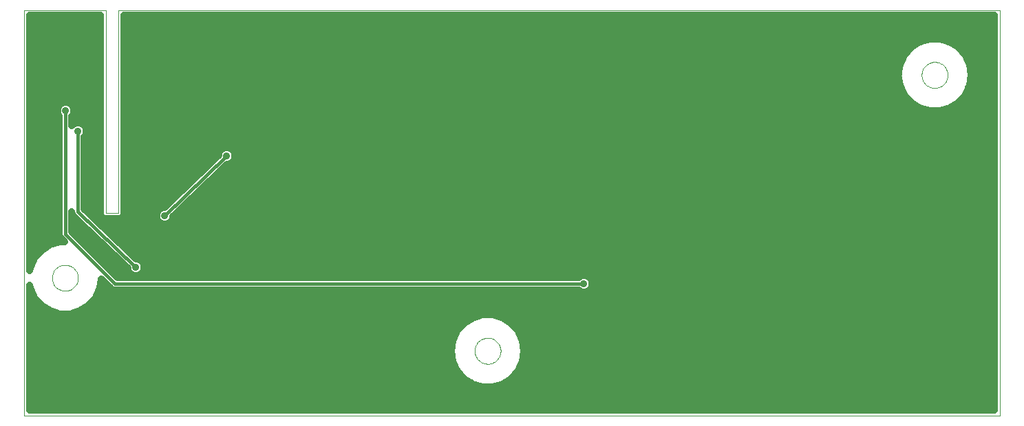
<source format=gbl>
G75*
G70*
%OFA0B0*%
%FSLAX24Y24*%
%IPPOS*%
%LPD*%
%AMOC8*
5,1,8,0,0,1.08239X$1,22.5*
%
%ADD10C,0.0000*%
%ADD11C,0.0320*%
%ADD12C,0.0356*%
%ADD13C,0.0160*%
D10*
X000260Y000467D02*
X000260Y020152D01*
X004197Y020152D01*
X004197Y010310D01*
X004827Y010310D01*
X004827Y020152D01*
X047504Y020152D01*
X047504Y000467D01*
X000260Y000467D01*
X001599Y007160D02*
X001601Y007210D01*
X001607Y007260D01*
X001617Y007309D01*
X001631Y007357D01*
X001648Y007404D01*
X001669Y007449D01*
X001694Y007493D01*
X001722Y007534D01*
X001754Y007573D01*
X001788Y007610D01*
X001825Y007644D01*
X001865Y007674D01*
X001907Y007701D01*
X001951Y007725D01*
X001997Y007746D01*
X002044Y007762D01*
X002092Y007775D01*
X002142Y007784D01*
X002191Y007789D01*
X002242Y007790D01*
X002292Y007787D01*
X002341Y007780D01*
X002390Y007769D01*
X002438Y007754D01*
X002484Y007736D01*
X002529Y007714D01*
X002572Y007688D01*
X002613Y007659D01*
X002652Y007627D01*
X002688Y007592D01*
X002720Y007554D01*
X002750Y007514D01*
X002777Y007471D01*
X002800Y007427D01*
X002819Y007381D01*
X002835Y007333D01*
X002847Y007284D01*
X002855Y007235D01*
X002859Y007185D01*
X002859Y007135D01*
X002855Y007085D01*
X002847Y007036D01*
X002835Y006987D01*
X002819Y006939D01*
X002800Y006893D01*
X002777Y006849D01*
X002750Y006806D01*
X002720Y006766D01*
X002688Y006728D01*
X002652Y006693D01*
X002613Y006661D01*
X002572Y006632D01*
X002529Y006606D01*
X002484Y006584D01*
X002438Y006566D01*
X002390Y006551D01*
X002341Y006540D01*
X002292Y006533D01*
X002242Y006530D01*
X002191Y006531D01*
X002142Y006536D01*
X002092Y006545D01*
X002044Y006558D01*
X001997Y006574D01*
X001951Y006595D01*
X001907Y006619D01*
X001865Y006646D01*
X001825Y006676D01*
X001788Y006710D01*
X001754Y006747D01*
X001722Y006786D01*
X001694Y006827D01*
X001669Y006871D01*
X001648Y006916D01*
X001631Y006963D01*
X001617Y007011D01*
X001607Y007060D01*
X001601Y007110D01*
X001599Y007160D01*
X022071Y003617D02*
X022073Y003667D01*
X022079Y003717D01*
X022089Y003766D01*
X022103Y003814D01*
X022120Y003861D01*
X022141Y003906D01*
X022166Y003950D01*
X022194Y003991D01*
X022226Y004030D01*
X022260Y004067D01*
X022297Y004101D01*
X022337Y004131D01*
X022379Y004158D01*
X022423Y004182D01*
X022469Y004203D01*
X022516Y004219D01*
X022564Y004232D01*
X022614Y004241D01*
X022663Y004246D01*
X022714Y004247D01*
X022764Y004244D01*
X022813Y004237D01*
X022862Y004226D01*
X022910Y004211D01*
X022956Y004193D01*
X023001Y004171D01*
X023044Y004145D01*
X023085Y004116D01*
X023124Y004084D01*
X023160Y004049D01*
X023192Y004011D01*
X023222Y003971D01*
X023249Y003928D01*
X023272Y003884D01*
X023291Y003838D01*
X023307Y003790D01*
X023319Y003741D01*
X023327Y003692D01*
X023331Y003642D01*
X023331Y003592D01*
X023327Y003542D01*
X023319Y003493D01*
X023307Y003444D01*
X023291Y003396D01*
X023272Y003350D01*
X023249Y003306D01*
X023222Y003263D01*
X023192Y003223D01*
X023160Y003185D01*
X023124Y003150D01*
X023085Y003118D01*
X023044Y003089D01*
X023001Y003063D01*
X022956Y003041D01*
X022910Y003023D01*
X022862Y003008D01*
X022813Y002997D01*
X022764Y002990D01*
X022714Y002987D01*
X022663Y002988D01*
X022614Y002993D01*
X022564Y003002D01*
X022516Y003015D01*
X022469Y003031D01*
X022423Y003052D01*
X022379Y003076D01*
X022337Y003103D01*
X022297Y003133D01*
X022260Y003167D01*
X022226Y003204D01*
X022194Y003243D01*
X022166Y003284D01*
X022141Y003328D01*
X022120Y003373D01*
X022103Y003420D01*
X022089Y003468D01*
X022079Y003517D01*
X022073Y003567D01*
X022071Y003617D01*
X043724Y017003D02*
X043726Y017053D01*
X043732Y017103D01*
X043742Y017152D01*
X043756Y017200D01*
X043773Y017247D01*
X043794Y017292D01*
X043819Y017336D01*
X043847Y017377D01*
X043879Y017416D01*
X043913Y017453D01*
X043950Y017487D01*
X043990Y017517D01*
X044032Y017544D01*
X044076Y017568D01*
X044122Y017589D01*
X044169Y017605D01*
X044217Y017618D01*
X044267Y017627D01*
X044316Y017632D01*
X044367Y017633D01*
X044417Y017630D01*
X044466Y017623D01*
X044515Y017612D01*
X044563Y017597D01*
X044609Y017579D01*
X044654Y017557D01*
X044697Y017531D01*
X044738Y017502D01*
X044777Y017470D01*
X044813Y017435D01*
X044845Y017397D01*
X044875Y017357D01*
X044902Y017314D01*
X044925Y017270D01*
X044944Y017224D01*
X044960Y017176D01*
X044972Y017127D01*
X044980Y017078D01*
X044984Y017028D01*
X044984Y016978D01*
X044980Y016928D01*
X044972Y016879D01*
X044960Y016830D01*
X044944Y016782D01*
X044925Y016736D01*
X044902Y016692D01*
X044875Y016649D01*
X044845Y016609D01*
X044813Y016571D01*
X044777Y016536D01*
X044738Y016504D01*
X044697Y016475D01*
X044654Y016449D01*
X044609Y016427D01*
X044563Y016409D01*
X044515Y016394D01*
X044466Y016383D01*
X044417Y016376D01*
X044367Y016373D01*
X044316Y016374D01*
X044267Y016379D01*
X044217Y016388D01*
X044169Y016401D01*
X044122Y016417D01*
X044076Y016438D01*
X044032Y016462D01*
X043990Y016489D01*
X043950Y016519D01*
X043913Y016553D01*
X043879Y016590D01*
X043847Y016629D01*
X043819Y016670D01*
X043794Y016714D01*
X043773Y016759D01*
X043756Y016806D01*
X043742Y016854D01*
X043732Y016903D01*
X043726Y016953D01*
X043724Y017003D01*
D11*
X042598Y017029D02*
X005087Y017029D01*
X005087Y017348D02*
X042644Y017348D01*
X042666Y017499D02*
X042594Y017003D01*
X042666Y016507D01*
X042874Y016051D01*
X043202Y015673D01*
X043623Y015402D01*
X044104Y015261D01*
X044104Y015261D01*
X044605Y015261D01*
X045086Y015402D01*
X045507Y015673D01*
X045835Y016051D01*
X045835Y016051D01*
X046043Y016507D01*
X046114Y017003D01*
X046043Y017499D01*
X045835Y017954D01*
X045835Y017954D01*
X045507Y018333D01*
X045086Y018604D01*
X045086Y018604D01*
X044605Y018745D01*
X044104Y018745D01*
X043623Y018604D01*
X043202Y018333D01*
X043202Y018333D01*
X042874Y017954D01*
X042666Y017499D01*
X042666Y017499D01*
X042742Y017666D02*
X005087Y017666D01*
X005087Y017985D02*
X042900Y017985D01*
X042874Y017954D02*
X042874Y017954D01*
X043176Y018303D02*
X005087Y018303D01*
X005087Y018622D02*
X043685Y018622D01*
X043623Y018604D02*
X043623Y018604D01*
X043202Y018333D02*
X043202Y018333D01*
X045024Y018622D02*
X047244Y018622D01*
X047244Y018940D02*
X005087Y018940D01*
X005087Y019259D02*
X047244Y019259D01*
X047244Y019577D02*
X005087Y019577D01*
X005087Y019892D02*
X047244Y019892D01*
X047244Y000727D01*
X000520Y000727D01*
X000520Y006802D01*
X000540Y006664D01*
X000748Y006209D01*
X001076Y005830D01*
X001497Y005559D01*
X001497Y005559D01*
X001978Y005418D01*
X002479Y005418D01*
X002960Y005559D01*
X003381Y005830D01*
X003381Y005830D01*
X003381Y005830D01*
X003709Y006209D01*
X003917Y006664D01*
X003917Y006664D01*
X003983Y007120D01*
X004406Y006697D01*
X004490Y006613D01*
X004600Y006567D01*
X027097Y006567D01*
X027134Y006530D01*
X027281Y006469D01*
X027439Y006469D01*
X027586Y006530D01*
X027698Y006642D01*
X027758Y006788D01*
X027758Y006947D01*
X027698Y007093D01*
X027586Y007205D01*
X027439Y007266D01*
X027281Y007266D01*
X027134Y007205D01*
X027097Y007167D01*
X004784Y007167D01*
X002560Y009392D01*
X002560Y010365D01*
X002560Y010365D01*
X002560Y010308D01*
X002561Y010305D01*
X002561Y010302D01*
X002584Y010250D01*
X002606Y010197D01*
X002608Y010195D01*
X002609Y010193D01*
X002650Y010153D01*
X002690Y010113D01*
X002693Y010112D01*
X005262Y007635D01*
X005262Y007588D01*
X005322Y007442D01*
X005434Y007330D01*
X005581Y007269D01*
X005739Y007269D01*
X005886Y007330D01*
X005998Y007442D01*
X006058Y007588D01*
X006058Y007747D01*
X005998Y007893D01*
X005886Y008005D01*
X005739Y008066D01*
X005679Y008066D01*
X003160Y010495D01*
X003160Y014004D01*
X003198Y014042D01*
X003258Y014188D01*
X003258Y014347D01*
X003198Y014493D01*
X003086Y014605D01*
X002939Y014666D01*
X002781Y014666D01*
X002634Y014605D01*
X002560Y014530D01*
X002560Y015004D01*
X002598Y015042D01*
X002658Y015188D01*
X002658Y015347D01*
X002598Y015493D01*
X002486Y015605D01*
X002339Y015666D01*
X002181Y015666D01*
X002034Y015605D01*
X001922Y015493D01*
X001862Y015347D01*
X001862Y015188D01*
X001922Y015042D01*
X001960Y015004D01*
X001960Y009208D01*
X002006Y009097D01*
X002201Y008902D01*
X001978Y008902D01*
X001497Y008761D01*
X001076Y008490D01*
X000748Y008112D01*
X000748Y008112D01*
X000540Y007656D01*
X000520Y007518D01*
X000520Y019892D01*
X003937Y019892D01*
X003937Y010258D01*
X003977Y010163D01*
X004050Y010090D01*
X004145Y010050D01*
X004879Y010050D01*
X004974Y010090D01*
X005047Y010163D01*
X005087Y010258D01*
X005087Y019892D01*
X003937Y019577D02*
X000520Y019577D01*
X000520Y019259D02*
X003937Y019259D01*
X003937Y018940D02*
X000520Y018940D01*
X000520Y018622D02*
X003937Y018622D01*
X003937Y018303D02*
X000520Y018303D01*
X000520Y017985D02*
X003937Y017985D01*
X003937Y017666D02*
X000520Y017666D01*
X000520Y017348D02*
X003937Y017348D01*
X003937Y017029D02*
X000520Y017029D01*
X000520Y016711D02*
X003937Y016711D01*
X003937Y016392D02*
X000520Y016392D01*
X000520Y016074D02*
X003937Y016074D01*
X003937Y015755D02*
X000520Y015755D01*
X000520Y015437D02*
X001899Y015437D01*
X001891Y015118D02*
X000520Y015118D01*
X000520Y014800D02*
X001960Y014800D01*
X002560Y014800D02*
X003937Y014800D01*
X003937Y015118D02*
X002629Y015118D01*
X002621Y015437D02*
X003937Y015437D01*
X005087Y015437D02*
X043569Y015437D01*
X043202Y015673D02*
X043202Y015673D01*
X043130Y015755D02*
X005087Y015755D01*
X005087Y016074D02*
X042864Y016074D01*
X042874Y016051D02*
X042874Y016051D01*
X042718Y016392D02*
X005087Y016392D01*
X005087Y016711D02*
X042636Y016711D01*
X042666Y016507D02*
X042666Y016507D01*
X042594Y017003D02*
X042594Y017003D01*
X045507Y018333D02*
X045507Y018333D01*
X045533Y018303D02*
X047244Y018303D01*
X047244Y017985D02*
X045809Y017985D01*
X045967Y017666D02*
X047244Y017666D01*
X047244Y017348D02*
X046065Y017348D01*
X046043Y017499D02*
X046043Y017499D01*
X046111Y017029D02*
X047244Y017029D01*
X047244Y016711D02*
X046073Y016711D01*
X046043Y016507D02*
X046043Y016507D01*
X045991Y016392D02*
X047244Y016392D01*
X047244Y016074D02*
X045845Y016074D01*
X045579Y015755D02*
X047244Y015755D01*
X047244Y015437D02*
X045140Y015437D01*
X045086Y015402D02*
X045086Y015402D01*
X045507Y015673D02*
X045507Y015673D01*
X045507Y015673D01*
X047244Y015118D02*
X005087Y015118D01*
X005087Y014800D02*
X047244Y014800D01*
X047244Y014481D02*
X005087Y014481D01*
X005087Y014163D02*
X047244Y014163D01*
X047244Y013844D02*
X005087Y013844D01*
X005087Y013526D02*
X047244Y013526D01*
X047244Y013207D02*
X010433Y013207D01*
X010458Y013147D02*
X010398Y013293D01*
X010286Y013405D01*
X010139Y013466D01*
X009981Y013466D01*
X009834Y013405D01*
X009722Y013293D01*
X009662Y013147D01*
X009662Y013100D01*
X007040Y010566D01*
X006981Y010566D01*
X006834Y010505D01*
X006722Y010393D01*
X006662Y010247D01*
X006662Y010088D01*
X006722Y009942D01*
X006834Y009830D01*
X006981Y009769D01*
X007139Y009769D01*
X007286Y009830D01*
X007398Y009942D01*
X007458Y010088D01*
X007458Y010135D01*
X010080Y012669D01*
X010139Y012669D01*
X010286Y012730D01*
X010398Y012842D01*
X010458Y012988D01*
X010458Y013147D01*
X010417Y012889D02*
X047244Y012889D01*
X047244Y012570D02*
X009978Y012570D01*
X009648Y012252D02*
X047244Y012252D01*
X047244Y011933D02*
X009319Y011933D01*
X008989Y011615D02*
X047244Y011615D01*
X047244Y011296D02*
X008660Y011296D01*
X008126Y011615D02*
X005087Y011615D01*
X005087Y011296D02*
X007796Y011296D01*
X007467Y010978D02*
X005087Y010978D01*
X005087Y010659D02*
X007137Y010659D01*
X006701Y010341D02*
X005087Y010341D01*
X003937Y010341D02*
X003320Y010341D01*
X003650Y010022D02*
X006689Y010022D01*
X007431Y010022D02*
X047244Y010022D01*
X047244Y010341D02*
X007671Y010341D01*
X008001Y010659D02*
X047244Y010659D01*
X047244Y010978D02*
X008330Y010978D01*
X008455Y011933D02*
X005087Y011933D01*
X005087Y012252D02*
X008785Y012252D01*
X009114Y012570D02*
X005087Y012570D01*
X005087Y012889D02*
X009444Y012889D01*
X009687Y013207D02*
X005087Y013207D01*
X003937Y013207D02*
X003160Y013207D01*
X003160Y012889D02*
X003937Y012889D01*
X003937Y012570D02*
X003160Y012570D01*
X003160Y012252D02*
X003937Y012252D01*
X003937Y011933D02*
X003160Y011933D01*
X003160Y011615D02*
X003937Y011615D01*
X003937Y011296D02*
X003160Y011296D01*
X003160Y010978D02*
X003937Y010978D01*
X003937Y010659D02*
X003160Y010659D01*
X002560Y010341D02*
X002560Y010341D01*
X002560Y010022D02*
X002786Y010022D01*
X001960Y010022D02*
X000520Y010022D01*
X000520Y010341D02*
X001960Y010341D01*
X001960Y010659D02*
X000520Y010659D01*
X000520Y010978D02*
X001960Y010978D01*
X001960Y011296D02*
X000520Y011296D01*
X000520Y011615D02*
X001960Y011615D01*
X001960Y011933D02*
X000520Y011933D01*
X000520Y012252D02*
X001960Y012252D01*
X001960Y012570D02*
X000520Y012570D01*
X000520Y012889D02*
X001960Y012889D01*
X001960Y013207D02*
X000520Y013207D01*
X000520Y013526D02*
X001960Y013526D01*
X001960Y013844D02*
X000520Y013844D01*
X000520Y014163D02*
X001960Y014163D01*
X001960Y014481D02*
X000520Y014481D01*
X003202Y014481D02*
X003937Y014481D01*
X003937Y014163D02*
X003248Y014163D01*
X003160Y013844D02*
X003937Y013844D01*
X003937Y013526D02*
X003160Y013526D01*
X003116Y009704D02*
X002560Y009704D01*
X001960Y009704D02*
X000520Y009704D01*
X000520Y009385D02*
X001960Y009385D01*
X002036Y009067D02*
X000520Y009067D01*
X000520Y008748D02*
X001477Y008748D01*
X001497Y008761D02*
X001497Y008761D01*
X001076Y008490D02*
X001076Y008490D01*
X001076Y008490D01*
X001024Y008430D02*
X000520Y008430D01*
X000520Y008111D02*
X000748Y008111D01*
X000602Y007793D02*
X000520Y007793D01*
X000540Y007656D02*
X000540Y007656D01*
X000540Y006664D02*
X000540Y006664D01*
X000520Y006519D02*
X000606Y006519D01*
X000520Y006200D02*
X000755Y006200D01*
X000748Y006209D02*
X000748Y006209D01*
X000520Y005882D02*
X001031Y005882D01*
X001076Y005830D02*
X001076Y005830D01*
X001491Y005563D02*
X000520Y005563D01*
X000520Y005245D02*
X022062Y005245D01*
X021970Y005218D02*
X022450Y005359D01*
X022951Y005359D01*
X023432Y005218D01*
X023432Y005218D01*
X023853Y004947D01*
X023853Y004947D01*
X024182Y004569D01*
X024182Y004569D01*
X024390Y004113D01*
X024461Y003617D01*
X024390Y003121D01*
X024182Y002666D01*
X024182Y002666D01*
X023853Y002287D01*
X023853Y002287D01*
X023432Y002016D01*
X023432Y002016D01*
X022951Y001875D01*
X022450Y001875D01*
X021970Y002016D01*
X021970Y002016D01*
X021548Y002287D01*
X021548Y002287D01*
X021220Y002666D01*
X021220Y002666D01*
X021012Y003121D01*
X021012Y003121D01*
X020941Y003617D01*
X020941Y003617D01*
X021012Y004113D01*
X021012Y004113D01*
X021220Y004569D01*
X021220Y004569D01*
X021548Y004947D01*
X021548Y004947D01*
X021548Y004947D01*
X021970Y005218D01*
X021970Y005218D01*
X021530Y004926D02*
X000520Y004926D01*
X000520Y004608D02*
X021254Y004608D01*
X021093Y004289D02*
X000520Y004289D01*
X000520Y003971D02*
X020992Y003971D01*
X020946Y003652D02*
X000520Y003652D01*
X000520Y003334D02*
X020982Y003334D01*
X021061Y003015D02*
X000520Y003015D01*
X000520Y002697D02*
X021206Y002697D01*
X021469Y002378D02*
X000520Y002378D01*
X000520Y002060D02*
X021902Y002060D01*
X023500Y002060D02*
X047244Y002060D01*
X047244Y002378D02*
X023933Y002378D01*
X023853Y002287D02*
X023853Y002287D01*
X024196Y002697D02*
X047244Y002697D01*
X047244Y003015D02*
X024341Y003015D01*
X024390Y003121D02*
X024390Y003121D01*
X024420Y003334D02*
X047244Y003334D01*
X047244Y003652D02*
X024456Y003652D01*
X024410Y003971D02*
X047244Y003971D01*
X047244Y004289D02*
X024309Y004289D01*
X024147Y004608D02*
X047244Y004608D01*
X047244Y004926D02*
X023871Y004926D01*
X023340Y005245D02*
X047244Y005245D01*
X047244Y005563D02*
X002966Y005563D01*
X002960Y005559D02*
X002960Y005559D01*
X003426Y005882D02*
X047244Y005882D01*
X047244Y006200D02*
X003702Y006200D01*
X003709Y006209D02*
X003709Y006209D01*
X003851Y006519D02*
X027161Y006519D01*
X027559Y006519D02*
X047244Y006519D01*
X047244Y006837D02*
X027758Y006837D01*
X027635Y007156D02*
X047244Y007156D01*
X047244Y007474D02*
X006011Y007474D01*
X005309Y007474D02*
X004477Y007474D01*
X004159Y007793D02*
X005098Y007793D01*
X004767Y008111D02*
X003840Y008111D01*
X003522Y008430D02*
X004437Y008430D01*
X004107Y008748D02*
X003203Y008748D01*
X002885Y009067D02*
X003776Y009067D01*
X003446Y009385D02*
X002566Y009385D01*
X003980Y009704D02*
X047244Y009704D01*
X047244Y009385D02*
X004311Y009385D01*
X004641Y009067D02*
X047244Y009067D01*
X047244Y008748D02*
X004971Y008748D01*
X005301Y008430D02*
X047244Y008430D01*
X047244Y008111D02*
X005632Y008111D01*
X006039Y007793D02*
X047244Y007793D01*
X044260Y002067D02*
X044260Y001667D01*
X044360Y001667D01*
X047244Y001741D02*
X000520Y001741D01*
X000520Y001423D02*
X047244Y001423D01*
X047244Y001104D02*
X000520Y001104D01*
X000520Y000786D02*
X047244Y000786D01*
X004266Y006837D02*
X003942Y006837D01*
D12*
X005660Y007667D03*
X007060Y010167D03*
X003660Y011067D03*
X010060Y013067D03*
X008560Y014167D03*
X006460Y014167D03*
X002860Y014267D03*
X002260Y015267D03*
X027360Y006867D03*
X030860Y002467D03*
X044360Y001667D03*
D13*
X027360Y006867D02*
X004660Y006867D01*
X002260Y009267D01*
X002260Y015267D01*
X002860Y014267D02*
X002860Y010367D01*
X005660Y007667D01*
X007060Y010167D02*
X010060Y013067D01*
M02*

</source>
